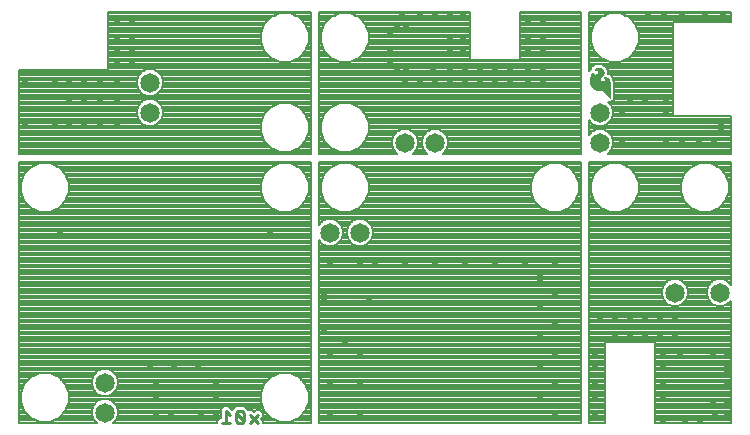
<source format=gbl>
G75*
%MOIN*%
%OFA0B0*%
%FSLAX25Y25*%
%IPPOS*%
%LPD*%
%AMOC8*
5,1,8,0,0,1.08239X$1,22.5*
%
%ADD10C,0.01000*%
%ADD11C,0.00300*%
%ADD12C,0.00800*%
%ADD13C,0.02400*%
%ADD14C,0.06500*%
D10*
X0162457Y0156500D02*
X0165125Y0156500D01*
X0163791Y0156500D02*
X0163791Y0160503D01*
X0165125Y0159169D01*
X0167060Y0159836D02*
X0167060Y0157167D01*
X0167728Y0156500D01*
X0169062Y0156500D01*
X0169729Y0157167D01*
X0167060Y0159836D01*
X0167728Y0160503D01*
X0169062Y0160503D01*
X0169729Y0159836D01*
X0169729Y0157167D01*
X0171664Y0156500D02*
X0174333Y0159169D01*
X0174333Y0156500D02*
X0171664Y0159169D01*
D11*
X0291377Y0265114D02*
X0291259Y0265311D01*
X0291062Y0265508D01*
X0290865Y0265744D01*
X0290392Y0266217D01*
X0289920Y0266768D01*
X0289526Y0267161D01*
X0289133Y0267398D01*
X0288896Y0267437D01*
X0288148Y0267437D01*
X0287676Y0267516D01*
X0287243Y0267634D01*
X0286849Y0267791D01*
X0286455Y0268028D01*
X0286140Y0268303D01*
X0285825Y0268618D01*
X0285550Y0268972D01*
X0285156Y0269681D01*
X0284959Y0270429D01*
X0284920Y0271098D01*
X0285038Y0271728D01*
X0285235Y0272319D01*
X0285510Y0272752D01*
X0285825Y0273106D01*
X0286140Y0273303D01*
X0286140Y0272949D01*
X0286180Y0272831D01*
X0286219Y0272752D01*
X0286337Y0272634D01*
X0286455Y0272594D01*
X0286573Y0272594D01*
X0286888Y0272673D01*
X0287046Y0272752D01*
X0287164Y0272831D01*
X0287322Y0272949D01*
X0287558Y0273185D01*
X0287715Y0273421D01*
X0287755Y0273579D01*
X0287755Y0273815D01*
X0287715Y0273933D01*
X0287676Y0274012D01*
X0287597Y0274130D01*
X0287440Y0274248D01*
X0287282Y0274327D01*
X0287085Y0274366D01*
X0286928Y0274406D01*
X0286692Y0274406D01*
X0286613Y0274366D01*
X0286573Y0274366D01*
X0286613Y0274406D01*
X0286770Y0274524D01*
X0287322Y0274799D01*
X0287676Y0274878D01*
X0288070Y0274878D01*
X0288503Y0274799D01*
X0288936Y0274563D01*
X0289290Y0274287D01*
X0289487Y0273972D01*
X0289605Y0273618D01*
X0289605Y0273303D01*
X0289526Y0272949D01*
X0289329Y0272594D01*
X0289054Y0272280D01*
X0288739Y0271925D01*
X0288463Y0271650D01*
X0288345Y0271335D01*
X0288345Y0271059D01*
X0288424Y0270823D01*
X0288581Y0270626D01*
X0288818Y0270469D01*
X0289133Y0270390D01*
X0289448Y0270390D01*
X0289644Y0270429D01*
X0289841Y0270508D01*
X0290077Y0270744D01*
X0290156Y0270862D01*
X0290196Y0270980D01*
X0290196Y0271138D01*
X0290156Y0271256D01*
X0289920Y0271492D01*
X0289802Y0271531D01*
X0289644Y0271610D01*
X0289605Y0271650D01*
X0289762Y0271728D01*
X0290235Y0271728D01*
X0290471Y0271689D01*
X0290668Y0271650D01*
X0290865Y0271571D01*
X0291022Y0271453D01*
X0291219Y0271295D01*
X0291455Y0270902D01*
X0291534Y0270626D01*
X0291573Y0270311D01*
X0291573Y0264917D01*
X0291377Y0265114D01*
X0291355Y0265151D02*
X0291573Y0265151D01*
X0291573Y0265449D02*
X0291120Y0265449D01*
X0290861Y0265748D02*
X0291573Y0265748D01*
X0291573Y0266046D02*
X0290563Y0266046D01*
X0290283Y0266345D02*
X0291573Y0266345D01*
X0291573Y0266643D02*
X0290027Y0266643D01*
X0289746Y0266942D02*
X0291573Y0266942D01*
X0291573Y0267240D02*
X0289395Y0267240D01*
X0287591Y0267539D02*
X0291573Y0267539D01*
X0291573Y0267837D02*
X0286773Y0267837D01*
X0286332Y0268136D02*
X0291573Y0268136D01*
X0291573Y0268434D02*
X0286009Y0268434D01*
X0285736Y0268733D02*
X0291573Y0268733D01*
X0291573Y0269031D02*
X0285517Y0269031D01*
X0285351Y0269330D02*
X0291573Y0269330D01*
X0291573Y0269628D02*
X0285185Y0269628D01*
X0285091Y0269927D02*
X0291573Y0269927D01*
X0291573Y0270225D02*
X0285013Y0270225D01*
X0284954Y0270524D02*
X0288735Y0270524D01*
X0288424Y0270822D02*
X0284936Y0270822D01*
X0284924Y0271121D02*
X0288345Y0271121D01*
X0288377Y0271419D02*
X0284980Y0271419D01*
X0285036Y0271718D02*
X0288532Y0271718D01*
X0288820Y0272016D02*
X0285134Y0272016D01*
X0285234Y0272315D02*
X0289085Y0272315D01*
X0289340Y0272613D02*
X0286649Y0272613D01*
X0286398Y0272613D02*
X0285422Y0272613D01*
X0285653Y0272912D02*
X0286153Y0272912D01*
X0286140Y0273210D02*
X0285992Y0273210D01*
X0287272Y0272912D02*
X0289506Y0272912D01*
X0289584Y0273210D02*
X0287575Y0273210D01*
X0287737Y0273509D02*
X0289605Y0273509D01*
X0289542Y0273808D02*
X0287755Y0273808D01*
X0287613Y0274106D02*
X0289403Y0274106D01*
X0289139Y0274405D02*
X0286932Y0274405D01*
X0286690Y0274405D02*
X0286612Y0274405D01*
X0287129Y0274703D02*
X0288679Y0274703D01*
X0289742Y0271718D02*
X0290297Y0271718D01*
X0289993Y0271419D02*
X0291064Y0271419D01*
X0291324Y0271121D02*
X0290196Y0271121D01*
X0290130Y0270822D02*
X0291478Y0270822D01*
X0291547Y0270524D02*
X0289857Y0270524D01*
D12*
X0094733Y0243700D02*
X0094733Y0156400D01*
X0120640Y0156400D01*
X0119561Y0157479D01*
X0118883Y0159115D01*
X0118883Y0160885D01*
X0119561Y0162521D01*
X0120813Y0163773D01*
X0122448Y0164450D01*
X0124218Y0164450D01*
X0125854Y0163773D01*
X0127106Y0162521D01*
X0127783Y0160885D01*
X0127783Y0159115D01*
X0127106Y0157479D01*
X0126027Y0156400D01*
X0160757Y0156400D01*
X0160757Y0157204D01*
X0161752Y0158200D01*
X0162091Y0158200D01*
X0162091Y0161208D01*
X0163087Y0162203D01*
X0164495Y0162203D01*
X0165491Y0161208D01*
X0165759Y0160939D01*
X0166356Y0161536D01*
X0166356Y0161536D01*
X0167024Y0162203D01*
X0169766Y0162203D01*
X0170762Y0161208D01*
X0171101Y0160869D01*
X0172369Y0160869D01*
X0172999Y0160239D01*
X0173629Y0160869D01*
X0175037Y0160869D01*
X0176033Y0159873D01*
X0176033Y0158465D01*
X0175403Y0157834D01*
X0176033Y0157204D01*
X0176033Y0156400D01*
X0192033Y0156400D01*
X0192033Y0243700D01*
X0094733Y0243700D01*
X0094733Y0243635D02*
X0192033Y0243635D01*
X0192033Y0242836D02*
X0185581Y0242836D01*
X0184945Y0243100D02*
X0181722Y0243100D01*
X0178745Y0241867D01*
X0176466Y0239588D01*
X0175233Y0236611D01*
X0175233Y0233389D01*
X0176466Y0230412D01*
X0176466Y0230412D01*
X0178745Y0228133D01*
X0181722Y0226900D01*
X0183333Y0226900D01*
X0184945Y0226900D01*
X0187922Y0228133D01*
X0190200Y0230412D01*
X0191433Y0233389D01*
X0191433Y0236611D01*
X0190200Y0239588D01*
X0190200Y0239588D01*
X0187922Y0241867D01*
X0187922Y0241867D01*
X0184945Y0243100D01*
X0187509Y0242038D02*
X0192033Y0242038D01*
X0192033Y0241239D02*
X0188549Y0241239D01*
X0189348Y0240441D02*
X0192033Y0240441D01*
X0192033Y0239642D02*
X0190146Y0239642D01*
X0190509Y0238844D02*
X0192033Y0238844D01*
X0192033Y0238045D02*
X0190839Y0238045D01*
X0191170Y0237247D02*
X0192033Y0237247D01*
X0192033Y0236448D02*
X0191433Y0236448D01*
X0191433Y0235650D02*
X0192033Y0235650D01*
X0192033Y0234851D02*
X0191433Y0234851D01*
X0191433Y0234053D02*
X0192033Y0234053D01*
X0192033Y0233254D02*
X0191378Y0233254D01*
X0191047Y0232456D02*
X0192033Y0232456D01*
X0192033Y0231657D02*
X0190716Y0231657D01*
X0190385Y0230859D02*
X0192033Y0230859D01*
X0192033Y0230060D02*
X0189849Y0230060D01*
X0190200Y0230412D02*
X0190200Y0230412D01*
X0189050Y0229262D02*
X0192033Y0229262D01*
X0192033Y0228463D02*
X0188252Y0228463D01*
X0187922Y0228133D02*
X0187922Y0228133D01*
X0186790Y0227665D02*
X0192033Y0227665D01*
X0192033Y0226866D02*
X0094733Y0226866D01*
X0094733Y0226068D02*
X0192033Y0226068D01*
X0192033Y0225269D02*
X0094733Y0225269D01*
X0094733Y0224470D02*
X0192033Y0224470D01*
X0192033Y0223672D02*
X0094733Y0223672D01*
X0094733Y0222873D02*
X0192033Y0222873D01*
X0192033Y0222075D02*
X0094733Y0222075D01*
X0094733Y0221276D02*
X0192033Y0221276D01*
X0192033Y0220478D02*
X0094733Y0220478D01*
X0094733Y0219679D02*
X0192033Y0219679D01*
X0192033Y0218881D02*
X0094733Y0218881D01*
X0094733Y0218082D02*
X0192033Y0218082D01*
X0192033Y0217284D02*
X0094733Y0217284D01*
X0094733Y0216485D02*
X0192033Y0216485D01*
X0192033Y0215687D02*
X0094733Y0215687D01*
X0094733Y0214888D02*
X0192033Y0214888D01*
X0192033Y0214090D02*
X0094733Y0214090D01*
X0094733Y0213291D02*
X0192033Y0213291D01*
X0192033Y0212493D02*
X0094733Y0212493D01*
X0094733Y0211694D02*
X0192033Y0211694D01*
X0192033Y0210896D02*
X0094733Y0210896D01*
X0094733Y0210097D02*
X0192033Y0210097D01*
X0192033Y0209299D02*
X0094733Y0209299D01*
X0094733Y0208500D02*
X0192033Y0208500D01*
X0192033Y0207702D02*
X0094733Y0207702D01*
X0094733Y0206903D02*
X0192033Y0206903D01*
X0192033Y0206105D02*
X0094733Y0206105D01*
X0094733Y0205306D02*
X0192033Y0205306D01*
X0192033Y0204508D02*
X0094733Y0204508D01*
X0094733Y0203709D02*
X0192033Y0203709D01*
X0192033Y0202911D02*
X0094733Y0202911D01*
X0094733Y0202112D02*
X0192033Y0202112D01*
X0192033Y0201314D02*
X0094733Y0201314D01*
X0094733Y0200515D02*
X0192033Y0200515D01*
X0192033Y0199717D02*
X0094733Y0199717D01*
X0094733Y0198918D02*
X0192033Y0198918D01*
X0192033Y0198120D02*
X0094733Y0198120D01*
X0094733Y0197321D02*
X0192033Y0197321D01*
X0192033Y0196523D02*
X0094733Y0196523D01*
X0094733Y0195724D02*
X0192033Y0195724D01*
X0192033Y0194926D02*
X0094733Y0194926D01*
X0094733Y0194127D02*
X0192033Y0194127D01*
X0192033Y0193329D02*
X0094733Y0193329D01*
X0094733Y0192530D02*
X0192033Y0192530D01*
X0192033Y0191732D02*
X0094733Y0191732D01*
X0094733Y0190933D02*
X0192033Y0190933D01*
X0192033Y0190134D02*
X0094733Y0190134D01*
X0094733Y0189336D02*
X0192033Y0189336D01*
X0192033Y0188537D02*
X0094733Y0188537D01*
X0094733Y0187739D02*
X0192033Y0187739D01*
X0192033Y0186940D02*
X0094733Y0186940D01*
X0094733Y0186142D02*
X0192033Y0186142D01*
X0192033Y0185343D02*
X0094733Y0185343D01*
X0094733Y0184545D02*
X0192033Y0184545D01*
X0192033Y0183746D02*
X0094733Y0183746D01*
X0094733Y0182948D02*
X0192033Y0182948D01*
X0192033Y0182149D02*
X0094733Y0182149D01*
X0094733Y0181351D02*
X0192033Y0181351D01*
X0192033Y0180552D02*
X0094733Y0180552D01*
X0094733Y0179754D02*
X0192033Y0179754D01*
X0192033Y0178955D02*
X0094733Y0178955D01*
X0094733Y0178157D02*
X0192033Y0178157D01*
X0192033Y0177358D02*
X0094733Y0177358D01*
X0094733Y0176560D02*
X0192033Y0176560D01*
X0192033Y0175761D02*
X0094733Y0175761D01*
X0094733Y0174963D02*
X0192033Y0174963D01*
X0192033Y0174164D02*
X0124908Y0174164D01*
X0124218Y0174450D02*
X0125854Y0173773D01*
X0127106Y0172521D01*
X0127783Y0170885D01*
X0127783Y0169115D01*
X0127106Y0167479D01*
X0125854Y0166227D01*
X0124218Y0165550D01*
X0122448Y0165550D01*
X0120813Y0166227D01*
X0119561Y0167479D01*
X0118883Y0169115D01*
X0118883Y0170885D01*
X0119561Y0172521D01*
X0120813Y0173773D01*
X0122448Y0174450D01*
X0124218Y0174450D01*
X0126261Y0173366D02*
X0192033Y0173366D01*
X0192033Y0172567D02*
X0186231Y0172567D01*
X0184945Y0173100D02*
X0181722Y0173100D01*
X0178745Y0171867D01*
X0176466Y0169588D01*
X0175233Y0166611D01*
X0175233Y0163389D01*
X0175233Y0163389D01*
X0176466Y0160412D01*
X0178745Y0158133D01*
X0181722Y0156900D01*
X0183002Y0156900D01*
X0184945Y0156900D01*
X0187922Y0158133D01*
X0190200Y0160412D01*
X0191433Y0163389D01*
X0191433Y0166611D01*
X0190200Y0169588D01*
X0190200Y0169588D01*
X0187922Y0171867D01*
X0187922Y0171867D01*
X0184945Y0173100D01*
X0188020Y0171769D02*
X0192033Y0171769D01*
X0192033Y0170970D02*
X0188818Y0170970D01*
X0189617Y0170172D02*
X0192033Y0170172D01*
X0192033Y0169373D02*
X0190289Y0169373D01*
X0190620Y0168575D02*
X0192033Y0168575D01*
X0192033Y0167776D02*
X0190951Y0167776D01*
X0191282Y0166978D02*
X0192033Y0166978D01*
X0192033Y0166179D02*
X0191433Y0166179D01*
X0191433Y0165381D02*
X0192033Y0165381D01*
X0192033Y0164582D02*
X0191433Y0164582D01*
X0191433Y0163784D02*
X0192033Y0163784D01*
X0192033Y0162985D02*
X0191266Y0162985D01*
X0190935Y0162187D02*
X0192033Y0162187D01*
X0192033Y0161388D02*
X0190605Y0161388D01*
X0190274Y0160590D02*
X0192033Y0160590D01*
X0192033Y0159791D02*
X0189580Y0159791D01*
X0190200Y0160412D02*
X0190200Y0160412D01*
X0188781Y0158993D02*
X0192033Y0158993D01*
X0192033Y0158194D02*
X0187983Y0158194D01*
X0187922Y0158133D02*
X0187922Y0158133D01*
X0186141Y0157396D02*
X0192033Y0157396D01*
X0192033Y0156597D02*
X0176033Y0156597D01*
X0175842Y0157396D02*
X0180526Y0157396D01*
X0178745Y0158133D02*
X0178745Y0158133D01*
X0178684Y0158194D02*
X0175763Y0158194D01*
X0176033Y0158993D02*
X0177886Y0158993D01*
X0177087Y0159791D02*
X0176033Y0159791D01*
X0176393Y0160590D02*
X0175317Y0160590D01*
X0176062Y0161388D02*
X0170582Y0161388D01*
X0169783Y0162187D02*
X0175731Y0162187D01*
X0175401Y0162985D02*
X0126641Y0162985D01*
X0127244Y0162187D02*
X0163070Y0162187D01*
X0162272Y0161388D02*
X0127575Y0161388D01*
X0127783Y0160590D02*
X0162091Y0160590D01*
X0162091Y0159791D02*
X0127783Y0159791D01*
X0127733Y0158993D02*
X0162091Y0158993D01*
X0161746Y0158194D02*
X0127402Y0158194D01*
X0127022Y0157396D02*
X0160948Y0157396D01*
X0160757Y0156597D02*
X0126224Y0156597D01*
X0120443Y0156597D02*
X0094733Y0156597D01*
X0094733Y0157396D02*
X0100526Y0157396D01*
X0101722Y0156900D02*
X0103665Y0156900D01*
X0104945Y0156900D01*
X0107922Y0158133D01*
X0110200Y0160412D01*
X0111433Y0163389D01*
X0111433Y0166611D01*
X0110200Y0169588D01*
X0110200Y0169588D01*
X0107922Y0171867D01*
X0107922Y0171867D01*
X0104945Y0173100D01*
X0101722Y0173100D01*
X0098745Y0171867D01*
X0096466Y0169588D01*
X0095233Y0166611D01*
X0095233Y0163389D01*
X0096466Y0160412D01*
X0096466Y0160412D01*
X0098745Y0158133D01*
X0101722Y0156900D01*
X0098745Y0158133D02*
X0098745Y0158133D01*
X0098684Y0158194D02*
X0094733Y0158194D01*
X0094733Y0158993D02*
X0097886Y0158993D01*
X0097087Y0159791D02*
X0094733Y0159791D01*
X0094733Y0160590D02*
X0096393Y0160590D01*
X0096062Y0161388D02*
X0094733Y0161388D01*
X0094733Y0162187D02*
X0095731Y0162187D01*
X0095401Y0162985D02*
X0094733Y0162985D01*
X0094733Y0163784D02*
X0095233Y0163784D01*
X0095233Y0164582D02*
X0094733Y0164582D01*
X0094733Y0165381D02*
X0095233Y0165381D01*
X0095233Y0166179D02*
X0094733Y0166179D01*
X0094733Y0166978D02*
X0095385Y0166978D01*
X0095716Y0167776D02*
X0094733Y0167776D01*
X0094733Y0168575D02*
X0096047Y0168575D01*
X0096377Y0169373D02*
X0094733Y0169373D01*
X0094733Y0170172D02*
X0097050Y0170172D01*
X0096466Y0169588D02*
X0096466Y0169588D01*
X0097848Y0170970D02*
X0094733Y0170970D01*
X0094733Y0171769D02*
X0098647Y0171769D01*
X0098745Y0171867D02*
X0098745Y0171867D01*
X0100436Y0172567D02*
X0094733Y0172567D01*
X0094733Y0173366D02*
X0120406Y0173366D01*
X0119607Y0172567D02*
X0106231Y0172567D01*
X0108020Y0171769D02*
X0119249Y0171769D01*
X0118919Y0170970D02*
X0108818Y0170970D01*
X0109617Y0170172D02*
X0118883Y0170172D01*
X0118883Y0169373D02*
X0110289Y0169373D01*
X0110620Y0168575D02*
X0119107Y0168575D01*
X0119438Y0167776D02*
X0110951Y0167776D01*
X0111282Y0166978D02*
X0120062Y0166978D01*
X0120929Y0166179D02*
X0111433Y0166179D01*
X0111433Y0165381D02*
X0175233Y0165381D01*
X0175233Y0166179D02*
X0125737Y0166179D01*
X0126604Y0166978D02*
X0175385Y0166978D01*
X0175716Y0167776D02*
X0127229Y0167776D01*
X0127560Y0168575D02*
X0176047Y0168575D01*
X0176377Y0169373D02*
X0127783Y0169373D01*
X0127783Y0170172D02*
X0177050Y0170172D01*
X0176466Y0169588D02*
X0176466Y0169588D01*
X0177848Y0170970D02*
X0127748Y0170970D01*
X0127417Y0171769D02*
X0178647Y0171769D01*
X0178745Y0171867D02*
X0178745Y0171867D01*
X0180436Y0172567D02*
X0127059Y0172567D01*
X0121758Y0174164D02*
X0094733Y0174164D01*
X0111433Y0164582D02*
X0175233Y0164582D01*
X0175233Y0163784D02*
X0125827Y0163784D01*
X0120839Y0163784D02*
X0111433Y0163784D01*
X0111266Y0162985D02*
X0120025Y0162985D01*
X0119422Y0162187D02*
X0110935Y0162187D01*
X0110605Y0161388D02*
X0119092Y0161388D01*
X0118883Y0160590D02*
X0110274Y0160590D01*
X0110200Y0160412D02*
X0110200Y0160412D01*
X0109580Y0159791D02*
X0118883Y0159791D01*
X0118934Y0158993D02*
X0108781Y0158993D01*
X0107983Y0158194D02*
X0119265Y0158194D01*
X0119645Y0157396D02*
X0106141Y0157396D01*
X0104945Y0156900D02*
X0104945Y0156900D01*
X0107922Y0158133D02*
X0107922Y0158133D01*
X0164512Y0162187D02*
X0167007Y0162187D01*
X0166208Y0161388D02*
X0165310Y0161388D01*
X0172648Y0160590D02*
X0173350Y0160590D01*
X0194633Y0160590D02*
X0282033Y0160590D01*
X0282033Y0161388D02*
X0194633Y0161388D01*
X0194633Y0162187D02*
X0282033Y0162187D01*
X0282033Y0162985D02*
X0194633Y0162985D01*
X0194633Y0163784D02*
X0282033Y0163784D01*
X0282033Y0164582D02*
X0194633Y0164582D01*
X0194633Y0165381D02*
X0282033Y0165381D01*
X0282033Y0166179D02*
X0194633Y0166179D01*
X0194633Y0166978D02*
X0282033Y0166978D01*
X0282033Y0167776D02*
X0194633Y0167776D01*
X0194633Y0168575D02*
X0282033Y0168575D01*
X0282033Y0169373D02*
X0194633Y0169373D01*
X0194633Y0170172D02*
X0282033Y0170172D01*
X0282033Y0170970D02*
X0194633Y0170970D01*
X0194633Y0171769D02*
X0282033Y0171769D01*
X0282033Y0172567D02*
X0194633Y0172567D01*
X0194633Y0173366D02*
X0282033Y0173366D01*
X0282033Y0174164D02*
X0194633Y0174164D01*
X0194633Y0174963D02*
X0282033Y0174963D01*
X0282033Y0175761D02*
X0194633Y0175761D01*
X0194633Y0176560D02*
X0282033Y0176560D01*
X0282033Y0177358D02*
X0194633Y0177358D01*
X0194633Y0178157D02*
X0282033Y0178157D01*
X0282033Y0178955D02*
X0194633Y0178955D01*
X0194633Y0179754D02*
X0282033Y0179754D01*
X0282033Y0180552D02*
X0194633Y0180552D01*
X0194633Y0181351D02*
X0282033Y0181351D01*
X0282033Y0182149D02*
X0194633Y0182149D01*
X0194633Y0182948D02*
X0282033Y0182948D01*
X0282033Y0183746D02*
X0194633Y0183746D01*
X0194633Y0184545D02*
X0282033Y0184545D01*
X0282033Y0185343D02*
X0194633Y0185343D01*
X0194633Y0186142D02*
X0282033Y0186142D01*
X0282033Y0186940D02*
X0194633Y0186940D01*
X0194633Y0187739D02*
X0282033Y0187739D01*
X0282033Y0188537D02*
X0194633Y0188537D01*
X0194633Y0189336D02*
X0282033Y0189336D01*
X0282033Y0190134D02*
X0194633Y0190134D01*
X0194633Y0190933D02*
X0282033Y0190933D01*
X0282033Y0191732D02*
X0194633Y0191732D01*
X0194633Y0192530D02*
X0282033Y0192530D01*
X0282033Y0193329D02*
X0194633Y0193329D01*
X0194633Y0194127D02*
X0282033Y0194127D01*
X0282033Y0194926D02*
X0194633Y0194926D01*
X0194633Y0195724D02*
X0282033Y0195724D01*
X0282033Y0196523D02*
X0194633Y0196523D01*
X0194633Y0197321D02*
X0282033Y0197321D01*
X0282033Y0198120D02*
X0194633Y0198120D01*
X0194633Y0198918D02*
X0282033Y0198918D01*
X0282033Y0199717D02*
X0194633Y0199717D01*
X0194633Y0200515D02*
X0282033Y0200515D01*
X0282033Y0201314D02*
X0194633Y0201314D01*
X0194633Y0202112D02*
X0282033Y0202112D01*
X0282033Y0202911D02*
X0194633Y0202911D01*
X0194633Y0203709D02*
X0282033Y0203709D01*
X0282033Y0204508D02*
X0194633Y0204508D01*
X0194633Y0205306D02*
X0282033Y0205306D01*
X0282033Y0206105D02*
X0194633Y0206105D01*
X0194633Y0206903D02*
X0282033Y0206903D01*
X0282033Y0207702D02*
X0194633Y0207702D01*
X0194633Y0208500D02*
X0282033Y0208500D01*
X0282033Y0209299D02*
X0194633Y0209299D01*
X0194633Y0210097D02*
X0282033Y0210097D01*
X0282033Y0210896D02*
X0194633Y0210896D01*
X0194633Y0211694D02*
X0282033Y0211694D01*
X0282033Y0212493D02*
X0194633Y0212493D01*
X0194633Y0213291D02*
X0282033Y0213291D01*
X0282033Y0214090D02*
X0194633Y0214090D01*
X0194633Y0214888D02*
X0282033Y0214888D01*
X0282033Y0215687D02*
X0209549Y0215687D01*
X0209218Y0215550D02*
X0210854Y0216227D01*
X0212106Y0217479D01*
X0212783Y0219115D01*
X0212783Y0220885D01*
X0212106Y0222521D01*
X0210854Y0223773D01*
X0209218Y0224450D01*
X0207448Y0224450D01*
X0205813Y0223773D01*
X0204561Y0222521D01*
X0203883Y0220885D01*
X0203883Y0219115D01*
X0204561Y0217479D01*
X0205813Y0216227D01*
X0207448Y0215550D01*
X0209218Y0215550D01*
X0207118Y0215687D02*
X0199549Y0215687D01*
X0199218Y0215550D02*
X0200854Y0216227D01*
X0202106Y0217479D01*
X0202783Y0219115D01*
X0202783Y0220885D01*
X0202106Y0222521D01*
X0200854Y0223773D01*
X0199218Y0224450D01*
X0197448Y0224450D01*
X0195813Y0223773D01*
X0194633Y0222593D01*
X0194633Y0243700D01*
X0282033Y0243700D01*
X0282033Y0156400D01*
X0194633Y0156400D01*
X0194633Y0217407D01*
X0195813Y0216227D01*
X0197448Y0215550D01*
X0199218Y0215550D01*
X0197118Y0215687D02*
X0194633Y0215687D01*
X0194633Y0216485D02*
X0195555Y0216485D01*
X0194756Y0217284D02*
X0194633Y0217284D01*
X0201112Y0216485D02*
X0205555Y0216485D01*
X0204756Y0217284D02*
X0201910Y0217284D01*
X0202356Y0218082D02*
X0204311Y0218082D01*
X0203980Y0218881D02*
X0202686Y0218881D01*
X0202783Y0219679D02*
X0203883Y0219679D01*
X0203883Y0220478D02*
X0202783Y0220478D01*
X0202621Y0221276D02*
X0204045Y0221276D01*
X0204376Y0222075D02*
X0202290Y0222075D01*
X0201753Y0222873D02*
X0204914Y0222873D01*
X0205712Y0223672D02*
X0200955Y0223672D01*
X0201722Y0226900D02*
X0204945Y0226900D01*
X0207922Y0228133D01*
X0210200Y0230412D01*
X0211433Y0233389D01*
X0211433Y0236611D01*
X0210200Y0239588D01*
X0210200Y0239588D01*
X0207922Y0241867D01*
X0207922Y0241867D01*
X0204945Y0243100D01*
X0203002Y0243100D01*
X0201722Y0243100D01*
X0198745Y0241867D01*
X0196466Y0239588D01*
X0195233Y0236611D01*
X0195233Y0233389D01*
X0196466Y0230412D01*
X0196466Y0230412D01*
X0198745Y0228133D01*
X0201722Y0226900D01*
X0199876Y0227665D02*
X0194633Y0227665D01*
X0194633Y0228463D02*
X0198415Y0228463D01*
X0198745Y0228133D02*
X0198745Y0228133D01*
X0197617Y0229262D02*
X0194633Y0229262D01*
X0194633Y0230060D02*
X0196818Y0230060D01*
X0196281Y0230859D02*
X0194633Y0230859D01*
X0194633Y0231657D02*
X0195951Y0231657D01*
X0195620Y0232456D02*
X0194633Y0232456D01*
X0194633Y0233254D02*
X0195289Y0233254D01*
X0195233Y0234053D02*
X0194633Y0234053D01*
X0194633Y0234851D02*
X0195233Y0234851D01*
X0195233Y0235650D02*
X0194633Y0235650D01*
X0194633Y0236448D02*
X0195233Y0236448D01*
X0195497Y0237247D02*
X0194633Y0237247D01*
X0194633Y0238045D02*
X0195827Y0238045D01*
X0196158Y0238844D02*
X0194633Y0238844D01*
X0194633Y0239642D02*
X0196520Y0239642D01*
X0196466Y0239588D02*
X0196466Y0239588D01*
X0197319Y0240441D02*
X0194633Y0240441D01*
X0194633Y0241239D02*
X0198117Y0241239D01*
X0198745Y0241867D02*
X0198745Y0241867D01*
X0199158Y0242038D02*
X0194633Y0242038D01*
X0194633Y0242836D02*
X0201085Y0242836D01*
X0201722Y0243100D02*
X0201722Y0243100D01*
X0201722Y0246900D02*
X0204945Y0246900D01*
X0207922Y0248133D01*
X0210200Y0250412D01*
X0211433Y0253389D01*
X0211433Y0256611D01*
X0210200Y0259588D01*
X0210200Y0259588D01*
X0207922Y0261867D01*
X0207922Y0261867D01*
X0204945Y0263100D01*
X0203665Y0263100D01*
X0201722Y0263100D01*
X0198745Y0261867D01*
X0196466Y0259588D01*
X0195233Y0256611D01*
X0195233Y0253389D01*
X0196466Y0250412D01*
X0196466Y0250412D01*
X0198745Y0248133D01*
X0201722Y0246900D01*
X0199966Y0247627D02*
X0194633Y0247627D01*
X0194633Y0246829D02*
X0220211Y0246829D01*
X0220740Y0246300D02*
X0194633Y0246300D01*
X0194633Y0293600D01*
X0245059Y0293600D01*
X0245059Y0277826D01*
X0245294Y0277592D01*
X0261373Y0277592D01*
X0261607Y0277826D01*
X0261607Y0293600D01*
X0282033Y0293600D01*
X0282033Y0246300D01*
X0235927Y0246300D01*
X0237106Y0247479D01*
X0237783Y0249115D01*
X0237783Y0250885D01*
X0237106Y0252521D01*
X0235854Y0253773D01*
X0234218Y0254450D01*
X0232448Y0254450D01*
X0230813Y0253773D01*
X0229561Y0252521D01*
X0228883Y0250885D01*
X0228883Y0249115D01*
X0229561Y0247479D01*
X0230740Y0246300D01*
X0225927Y0246300D01*
X0227106Y0247479D01*
X0227783Y0249115D01*
X0227783Y0250885D01*
X0227106Y0252521D01*
X0225854Y0253773D01*
X0224218Y0254450D01*
X0222448Y0254450D01*
X0220813Y0253773D01*
X0219561Y0252521D01*
X0218883Y0250885D01*
X0218883Y0249115D01*
X0219561Y0247479D01*
X0220740Y0246300D01*
X0219499Y0247627D02*
X0206700Y0247627D01*
X0207922Y0248133D02*
X0207922Y0248133D01*
X0208214Y0248426D02*
X0219169Y0248426D01*
X0218883Y0249224D02*
X0209013Y0249224D01*
X0209811Y0250023D02*
X0218883Y0250023D01*
X0218883Y0250821D02*
X0210370Y0250821D01*
X0210200Y0250412D02*
X0210200Y0250412D01*
X0210701Y0251620D02*
X0219188Y0251620D01*
X0219518Y0252418D02*
X0211031Y0252418D01*
X0211362Y0253217D02*
X0220257Y0253217D01*
X0221399Y0254015D02*
X0211433Y0254015D01*
X0211433Y0254814D02*
X0282033Y0254814D01*
X0282033Y0255612D02*
X0211433Y0255612D01*
X0211433Y0256411D02*
X0282033Y0256411D01*
X0282033Y0257209D02*
X0211186Y0257209D01*
X0210855Y0258008D02*
X0282033Y0258008D01*
X0282033Y0258806D02*
X0210524Y0258806D01*
X0210183Y0259605D02*
X0282033Y0259605D01*
X0282033Y0260403D02*
X0209385Y0260403D01*
X0208586Y0261202D02*
X0282033Y0261202D01*
X0282033Y0262001D02*
X0207599Y0262001D01*
X0205671Y0262799D02*
X0282033Y0262799D01*
X0282033Y0263598D02*
X0194633Y0263598D01*
X0194633Y0264396D02*
X0282033Y0264396D01*
X0282033Y0265195D02*
X0194633Y0265195D01*
X0194633Y0265993D02*
X0282033Y0265993D01*
X0282033Y0266792D02*
X0194633Y0266792D01*
X0194633Y0267590D02*
X0282033Y0267590D01*
X0282033Y0268389D02*
X0194633Y0268389D01*
X0194633Y0269187D02*
X0282033Y0269187D01*
X0282033Y0269986D02*
X0194633Y0269986D01*
X0194633Y0270784D02*
X0282033Y0270784D01*
X0282033Y0271583D02*
X0194633Y0271583D01*
X0194633Y0272381D02*
X0282033Y0272381D01*
X0282033Y0273180D02*
X0194633Y0273180D01*
X0194633Y0273978D02*
X0282033Y0273978D01*
X0282033Y0274777D02*
X0194633Y0274777D01*
X0194633Y0275575D02*
X0282033Y0275575D01*
X0282033Y0276374D02*
X0194633Y0276374D01*
X0194633Y0277172D02*
X0201065Y0277172D01*
X0201722Y0276900D02*
X0204945Y0276900D01*
X0207922Y0278133D01*
X0210200Y0280412D01*
X0211433Y0283389D01*
X0211433Y0286611D01*
X0210200Y0289588D01*
X0210200Y0289588D01*
X0207922Y0291867D01*
X0207922Y0291867D01*
X0204945Y0293100D01*
X0203002Y0293100D01*
X0201722Y0293100D01*
X0198745Y0291867D01*
X0196466Y0289588D01*
X0195233Y0286611D01*
X0195233Y0283389D01*
X0196466Y0280412D01*
X0196466Y0280412D01*
X0198745Y0278133D01*
X0201722Y0276900D01*
X0199137Y0277971D02*
X0194633Y0277971D01*
X0194633Y0278769D02*
X0198109Y0278769D01*
X0198745Y0278133D02*
X0198745Y0278133D01*
X0197310Y0279568D02*
X0194633Y0279568D01*
X0194633Y0280366D02*
X0196512Y0280366D01*
X0196155Y0281165D02*
X0194633Y0281165D01*
X0194633Y0281963D02*
X0195824Y0281963D01*
X0195493Y0282762D02*
X0194633Y0282762D01*
X0194633Y0283560D02*
X0195233Y0283560D01*
X0195233Y0284359D02*
X0194633Y0284359D01*
X0194633Y0285157D02*
X0195233Y0285157D01*
X0195233Y0285956D02*
X0194633Y0285956D01*
X0194633Y0286754D02*
X0195293Y0286754D01*
X0195623Y0287553D02*
X0194633Y0287553D01*
X0194633Y0288351D02*
X0195954Y0288351D01*
X0196285Y0289150D02*
X0194633Y0289150D01*
X0194633Y0289948D02*
X0196827Y0289948D01*
X0196466Y0289588D02*
X0196466Y0289588D01*
X0196466Y0289588D01*
X0197625Y0290747D02*
X0194633Y0290747D01*
X0194633Y0291545D02*
X0198424Y0291545D01*
X0198745Y0291867D02*
X0198745Y0291867D01*
X0199897Y0292344D02*
X0194633Y0292344D01*
X0194633Y0293142D02*
X0245059Y0293142D01*
X0245059Y0292344D02*
X0206770Y0292344D01*
X0208243Y0291545D02*
X0245059Y0291545D01*
X0245059Y0290747D02*
X0209042Y0290747D01*
X0209840Y0289948D02*
X0245059Y0289948D01*
X0245059Y0289150D02*
X0210382Y0289150D01*
X0210713Y0288351D02*
X0245059Y0288351D01*
X0245059Y0287553D02*
X0211043Y0287553D01*
X0211374Y0286754D02*
X0245059Y0286754D01*
X0245059Y0285956D02*
X0211433Y0285956D01*
X0211433Y0285157D02*
X0245059Y0285157D01*
X0245059Y0284359D02*
X0211433Y0284359D01*
X0211433Y0283560D02*
X0245059Y0283560D01*
X0245059Y0282762D02*
X0211174Y0282762D01*
X0210843Y0281963D02*
X0245059Y0281963D01*
X0245059Y0281165D02*
X0210512Y0281165D01*
X0210200Y0280412D02*
X0210200Y0280412D01*
X0210155Y0280366D02*
X0245059Y0280366D01*
X0245059Y0279568D02*
X0209356Y0279568D01*
X0208558Y0278769D02*
X0245059Y0278769D01*
X0245059Y0277971D02*
X0207530Y0277971D01*
X0207922Y0278133D02*
X0207922Y0278133D01*
X0205602Y0277172D02*
X0282033Y0277172D01*
X0282033Y0277971D02*
X0261607Y0277971D01*
X0261607Y0278769D02*
X0282033Y0278769D01*
X0282033Y0279568D02*
X0261607Y0279568D01*
X0261607Y0280366D02*
X0282033Y0280366D01*
X0282033Y0281165D02*
X0261607Y0281165D01*
X0261607Y0281963D02*
X0282033Y0281963D01*
X0282033Y0282762D02*
X0261607Y0282762D01*
X0261607Y0283560D02*
X0282033Y0283560D01*
X0282033Y0284359D02*
X0261607Y0284359D01*
X0261607Y0285157D02*
X0282033Y0285157D01*
X0282033Y0285956D02*
X0261607Y0285956D01*
X0261607Y0286754D02*
X0282033Y0286754D01*
X0282033Y0287553D02*
X0261607Y0287553D01*
X0261607Y0288351D02*
X0282033Y0288351D01*
X0282033Y0289150D02*
X0261607Y0289150D01*
X0261607Y0289948D02*
X0282033Y0289948D01*
X0282033Y0290747D02*
X0261607Y0290747D01*
X0261607Y0291545D02*
X0282033Y0291545D01*
X0282033Y0292344D02*
X0261607Y0292344D01*
X0261607Y0293142D02*
X0282033Y0293142D01*
X0284633Y0293142D02*
X0331933Y0293142D01*
X0331933Y0293600D02*
X0284633Y0293600D01*
X0284633Y0273944D01*
X0284636Y0273955D01*
X0284945Y0274148D01*
X0285188Y0274421D01*
X0285209Y0274422D01*
X0285223Y0274467D01*
X0285223Y0274925D01*
X0285340Y0275042D01*
X0285355Y0275150D01*
X0285483Y0275246D01*
X0285509Y0275324D01*
X0285635Y0275387D01*
X0285666Y0275481D01*
X0285892Y0275594D01*
X0286054Y0275755D01*
X0286163Y0275755D01*
X0286408Y0275939D01*
X0286444Y0275934D01*
X0286483Y0275996D01*
X0286866Y0276081D01*
X0287073Y0276184D01*
X0287117Y0276228D01*
X0287160Y0276228D01*
X0287218Y0276257D01*
X0287304Y0276228D01*
X0287528Y0276228D01*
X0287705Y0276267D01*
X0287761Y0276306D01*
X0287826Y0276294D01*
X0287929Y0276317D01*
X0288020Y0276259D01*
X0288191Y0276228D01*
X0288576Y0276228D01*
X0288658Y0276252D01*
X0288958Y0276089D01*
X0289294Y0276027D01*
X0289344Y0275956D01*
X0289678Y0275696D01*
X0290036Y0275501D01*
X0290138Y0275477D01*
X0290308Y0275206D01*
X0290560Y0275010D01*
X0290569Y0274941D01*
X0290591Y0274930D01*
X0290717Y0274552D01*
X0290928Y0274214D01*
X0290926Y0274206D01*
X0290955Y0274177D01*
X0290955Y0273837D01*
X0291063Y0273515D01*
X0291013Y0273415D01*
X0290955Y0273155D01*
X0290955Y0272989D01*
X0291006Y0272968D01*
X0291050Y0272961D01*
X0291227Y0272986D01*
X0291358Y0272888D01*
X0291481Y0272864D01*
X0291551Y0272758D01*
X0291572Y0272742D01*
X0291885Y0272617D01*
X0291932Y0272509D01*
X0292089Y0272469D01*
X0292230Y0272234D01*
X0292280Y0272197D01*
X0292283Y0272173D01*
X0292499Y0272000D01*
X0292515Y0271857D01*
X0292600Y0271810D01*
X0292705Y0271444D01*
X0292724Y0271410D01*
X0292804Y0271348D01*
X0292816Y0271259D01*
X0292901Y0271117D01*
X0292856Y0270938D01*
X0292923Y0270870D01*
X0292923Y0270677D01*
X0292986Y0270459D01*
X0292928Y0270356D01*
X0292982Y0269924D01*
X0292923Y0269848D01*
X0292923Y0264358D01*
X0292133Y0263567D01*
X0291059Y0263567D01*
X0292106Y0262521D01*
X0292783Y0260885D01*
X0292783Y0259115D01*
X0292106Y0257479D01*
X0290854Y0256227D01*
X0289218Y0255550D01*
X0287448Y0255550D01*
X0285813Y0256227D01*
X0284633Y0257407D01*
X0284633Y0252593D01*
X0285813Y0253773D01*
X0287448Y0254450D01*
X0289218Y0254450D01*
X0290854Y0253773D01*
X0292106Y0252521D01*
X0292783Y0250885D01*
X0292783Y0249115D01*
X0292106Y0247479D01*
X0290927Y0246300D01*
X0331933Y0246300D01*
X0331933Y0258746D01*
X0312833Y0258746D01*
X0312599Y0258980D01*
X0312599Y0290020D01*
X0312833Y0290254D01*
X0331933Y0290254D01*
X0331933Y0293600D01*
X0331933Y0292344D02*
X0296770Y0292344D01*
X0297922Y0291867D02*
X0294945Y0293100D01*
X0291722Y0293100D01*
X0288745Y0291867D01*
X0286466Y0289588D01*
X0285233Y0286611D01*
X0285233Y0283389D01*
X0286466Y0280412D01*
X0286466Y0280412D01*
X0288745Y0278133D01*
X0291722Y0276900D01*
X0294945Y0276900D01*
X0297922Y0278133D01*
X0300200Y0280412D01*
X0301433Y0283389D01*
X0301433Y0285331D01*
X0301433Y0286611D01*
X0301433Y0286611D01*
X0300200Y0289588D01*
X0300200Y0289588D01*
X0297922Y0291867D01*
X0297922Y0291867D01*
X0298243Y0291545D02*
X0331933Y0291545D01*
X0331933Y0290747D02*
X0299042Y0290747D01*
X0299840Y0289948D02*
X0312599Y0289948D01*
X0312599Y0289150D02*
X0300382Y0289150D01*
X0300713Y0288351D02*
X0312599Y0288351D01*
X0312599Y0287553D02*
X0301043Y0287553D01*
X0301374Y0286754D02*
X0312599Y0286754D01*
X0312599Y0285956D02*
X0301433Y0285956D01*
X0301433Y0285157D02*
X0312599Y0285157D01*
X0312599Y0284359D02*
X0301433Y0284359D01*
X0301433Y0283560D02*
X0312599Y0283560D01*
X0312599Y0282762D02*
X0301174Y0282762D01*
X0300843Y0281963D02*
X0312599Y0281963D01*
X0312599Y0281165D02*
X0300512Y0281165D01*
X0300200Y0280412D02*
X0300200Y0280412D01*
X0300155Y0280366D02*
X0312599Y0280366D01*
X0312599Y0279568D02*
X0299356Y0279568D01*
X0298558Y0278769D02*
X0312599Y0278769D01*
X0312599Y0277971D02*
X0297530Y0277971D01*
X0297922Y0278133D02*
X0297922Y0278133D01*
X0295602Y0277172D02*
X0312599Y0277172D01*
X0312599Y0276374D02*
X0284633Y0276374D01*
X0284633Y0277172D02*
X0291065Y0277172D01*
X0289899Y0275575D02*
X0312599Y0275575D01*
X0312599Y0274777D02*
X0290642Y0274777D01*
X0290955Y0273978D02*
X0312599Y0273978D01*
X0312599Y0273180D02*
X0290960Y0273180D01*
X0292142Y0272381D02*
X0312599Y0272381D01*
X0312599Y0271583D02*
X0292665Y0271583D01*
X0292923Y0270784D02*
X0312599Y0270784D01*
X0312599Y0269986D02*
X0292975Y0269986D01*
X0292923Y0269187D02*
X0312599Y0269187D01*
X0312599Y0268389D02*
X0292923Y0268389D01*
X0292923Y0267590D02*
X0312599Y0267590D01*
X0312599Y0266792D02*
X0292923Y0266792D01*
X0292923Y0265993D02*
X0312599Y0265993D01*
X0312599Y0265195D02*
X0292923Y0265195D01*
X0292923Y0264396D02*
X0312599Y0264396D01*
X0312599Y0263598D02*
X0292163Y0263598D01*
X0291828Y0262799D02*
X0312599Y0262799D01*
X0312599Y0262001D02*
X0292321Y0262001D01*
X0292652Y0261202D02*
X0312599Y0261202D01*
X0312599Y0260403D02*
X0292783Y0260403D01*
X0292783Y0259605D02*
X0312599Y0259605D01*
X0312772Y0258806D02*
X0292656Y0258806D01*
X0292325Y0258008D02*
X0331933Y0258008D01*
X0331933Y0257209D02*
X0291836Y0257209D01*
X0291038Y0256411D02*
X0331933Y0256411D01*
X0331933Y0255612D02*
X0289369Y0255612D01*
X0290268Y0254015D02*
X0331933Y0254015D01*
X0331933Y0253217D02*
X0291410Y0253217D01*
X0292148Y0252418D02*
X0331933Y0252418D01*
X0331933Y0251620D02*
X0292479Y0251620D01*
X0292783Y0250821D02*
X0331933Y0250821D01*
X0331933Y0250023D02*
X0292783Y0250023D01*
X0292783Y0249224D02*
X0331933Y0249224D01*
X0331933Y0248426D02*
X0292498Y0248426D01*
X0292167Y0247627D02*
X0331933Y0247627D01*
X0331933Y0246829D02*
X0291455Y0246829D01*
X0291722Y0243100D02*
X0288745Y0241867D01*
X0286466Y0239588D01*
X0285233Y0236611D01*
X0285233Y0235331D01*
X0285233Y0233389D01*
X0286466Y0230412D01*
X0286466Y0230412D01*
X0288745Y0228133D01*
X0291722Y0226900D01*
X0294945Y0226900D01*
X0297922Y0228133D01*
X0300200Y0230412D01*
X0301433Y0233389D01*
X0301433Y0236611D01*
X0300200Y0239588D01*
X0300200Y0239588D01*
X0297922Y0241867D01*
X0297922Y0241867D01*
X0297922Y0241867D01*
X0294945Y0243100D01*
X0291722Y0243100D01*
X0291085Y0242836D02*
X0284633Y0242836D01*
X0284633Y0242038D02*
X0289158Y0242038D01*
X0288745Y0241867D02*
X0288745Y0241867D01*
X0288117Y0241239D02*
X0284633Y0241239D01*
X0284633Y0240441D02*
X0287319Y0240441D01*
X0286520Y0239642D02*
X0284633Y0239642D01*
X0284633Y0238844D02*
X0286158Y0238844D01*
X0286466Y0239588D02*
X0286466Y0239588D01*
X0285827Y0238045D02*
X0284633Y0238045D01*
X0284633Y0237247D02*
X0285497Y0237247D01*
X0285233Y0236448D02*
X0284633Y0236448D01*
X0284633Y0235650D02*
X0285233Y0235650D01*
X0285233Y0234851D02*
X0284633Y0234851D01*
X0284633Y0234053D02*
X0285233Y0234053D01*
X0285289Y0233254D02*
X0284633Y0233254D01*
X0284633Y0232456D02*
X0285620Y0232456D01*
X0285951Y0231657D02*
X0284633Y0231657D01*
X0284633Y0230859D02*
X0286281Y0230859D01*
X0286818Y0230060D02*
X0284633Y0230060D01*
X0284633Y0229262D02*
X0287617Y0229262D01*
X0288415Y0228463D02*
X0284633Y0228463D01*
X0284633Y0227665D02*
X0289876Y0227665D01*
X0288745Y0228133D02*
X0288745Y0228133D01*
X0284633Y0226866D02*
X0331933Y0226866D01*
X0331933Y0226068D02*
X0284633Y0226068D01*
X0284633Y0225269D02*
X0331933Y0225269D01*
X0331933Y0224470D02*
X0284633Y0224470D01*
X0284633Y0223672D02*
X0331933Y0223672D01*
X0331933Y0222873D02*
X0284633Y0222873D01*
X0284633Y0222075D02*
X0331933Y0222075D01*
X0331933Y0221276D02*
X0284633Y0221276D01*
X0284633Y0220478D02*
X0331933Y0220478D01*
X0331933Y0219679D02*
X0284633Y0219679D01*
X0284633Y0218881D02*
X0331933Y0218881D01*
X0331933Y0218082D02*
X0284633Y0218082D01*
X0284633Y0217284D02*
X0331933Y0217284D01*
X0331933Y0216485D02*
X0284633Y0216485D01*
X0284633Y0215687D02*
X0331933Y0215687D01*
X0331933Y0214888D02*
X0284633Y0214888D01*
X0284633Y0214090D02*
X0331933Y0214090D01*
X0331933Y0213291D02*
X0284633Y0213291D01*
X0284633Y0212493D02*
X0331933Y0212493D01*
X0331933Y0211694D02*
X0284633Y0211694D01*
X0284633Y0210896D02*
X0331933Y0210896D01*
X0331933Y0210097D02*
X0284633Y0210097D01*
X0284633Y0209299D02*
X0331933Y0209299D01*
X0331933Y0208500D02*
X0284633Y0208500D01*
X0284633Y0207702D02*
X0331933Y0207702D01*
X0331933Y0206903D02*
X0284633Y0206903D01*
X0284633Y0206105D02*
X0331933Y0206105D01*
X0331933Y0205306D02*
X0284633Y0205306D01*
X0284633Y0204508D02*
X0331933Y0204508D01*
X0331933Y0203709D02*
X0330917Y0203709D01*
X0330854Y0203773D02*
X0329218Y0204450D01*
X0327448Y0204450D01*
X0325813Y0203773D01*
X0324561Y0202521D01*
X0323883Y0200885D01*
X0323883Y0199115D01*
X0324561Y0197479D01*
X0325813Y0196227D01*
X0327448Y0195550D01*
X0329218Y0195550D01*
X0330854Y0196227D01*
X0331933Y0197307D01*
X0331933Y0156400D01*
X0306607Y0156400D01*
X0306607Y0183288D01*
X0306373Y0183522D01*
X0290294Y0183522D01*
X0290059Y0183288D01*
X0290059Y0156400D01*
X0284633Y0156400D01*
X0284633Y0243700D01*
X0331933Y0243700D01*
X0331933Y0202693D01*
X0330854Y0203773D01*
X0331716Y0202911D02*
X0331933Y0202911D01*
X0325749Y0203709D02*
X0315917Y0203709D01*
X0315854Y0203773D02*
X0314218Y0204450D01*
X0312448Y0204450D01*
X0310813Y0203773D01*
X0309561Y0202521D01*
X0308883Y0200885D01*
X0308883Y0199115D01*
X0309561Y0197479D01*
X0310813Y0196227D01*
X0312448Y0195550D01*
X0314218Y0195550D01*
X0315854Y0196227D01*
X0317106Y0197479D01*
X0317783Y0199115D01*
X0317783Y0200885D01*
X0317106Y0202521D01*
X0315854Y0203773D01*
X0316716Y0202911D02*
X0324951Y0202911D01*
X0324392Y0202112D02*
X0317275Y0202112D01*
X0317606Y0201314D02*
X0324061Y0201314D01*
X0323883Y0200515D02*
X0317783Y0200515D01*
X0317783Y0199717D02*
X0323883Y0199717D01*
X0323965Y0198918D02*
X0317702Y0198918D01*
X0317371Y0198120D02*
X0324296Y0198120D01*
X0324719Y0197321D02*
X0316948Y0197321D01*
X0316149Y0196523D02*
X0325517Y0196523D01*
X0327028Y0195724D02*
X0314639Y0195724D01*
X0312028Y0195724D02*
X0284633Y0195724D01*
X0284633Y0194926D02*
X0331933Y0194926D01*
X0331933Y0195724D02*
X0329639Y0195724D01*
X0331149Y0196523D02*
X0331933Y0196523D01*
X0331933Y0194127D02*
X0284633Y0194127D01*
X0284633Y0193329D02*
X0331933Y0193329D01*
X0331933Y0192530D02*
X0284633Y0192530D01*
X0284633Y0191732D02*
X0331933Y0191732D01*
X0331933Y0190933D02*
X0284633Y0190933D01*
X0284633Y0190134D02*
X0331933Y0190134D01*
X0331933Y0189336D02*
X0284633Y0189336D01*
X0284633Y0188537D02*
X0331933Y0188537D01*
X0331933Y0187739D02*
X0284633Y0187739D01*
X0284633Y0186940D02*
X0331933Y0186940D01*
X0331933Y0186142D02*
X0284633Y0186142D01*
X0284633Y0185343D02*
X0331933Y0185343D01*
X0331933Y0184545D02*
X0284633Y0184545D01*
X0284633Y0183746D02*
X0331933Y0183746D01*
X0331933Y0182948D02*
X0306607Y0182948D01*
X0306607Y0182149D02*
X0331933Y0182149D01*
X0331933Y0181351D02*
X0306607Y0181351D01*
X0306607Y0180552D02*
X0331933Y0180552D01*
X0331933Y0179754D02*
X0306607Y0179754D01*
X0306607Y0178955D02*
X0331933Y0178955D01*
X0331933Y0178157D02*
X0306607Y0178157D01*
X0306607Y0177358D02*
X0331933Y0177358D01*
X0331933Y0176560D02*
X0306607Y0176560D01*
X0306607Y0175761D02*
X0331933Y0175761D01*
X0331933Y0174963D02*
X0306607Y0174963D01*
X0306607Y0174164D02*
X0331933Y0174164D01*
X0331933Y0173366D02*
X0306607Y0173366D01*
X0306607Y0172567D02*
X0331933Y0172567D01*
X0331933Y0171769D02*
X0306607Y0171769D01*
X0306607Y0170970D02*
X0331933Y0170970D01*
X0331933Y0170172D02*
X0306607Y0170172D01*
X0306607Y0169373D02*
X0331933Y0169373D01*
X0331933Y0168575D02*
X0306607Y0168575D01*
X0306607Y0167776D02*
X0331933Y0167776D01*
X0331933Y0166978D02*
X0306607Y0166978D01*
X0306607Y0166179D02*
X0331933Y0166179D01*
X0331933Y0165381D02*
X0306607Y0165381D01*
X0306607Y0164582D02*
X0331933Y0164582D01*
X0331933Y0163784D02*
X0306607Y0163784D01*
X0306607Y0162985D02*
X0331933Y0162985D01*
X0331933Y0162187D02*
X0306607Y0162187D01*
X0306607Y0161388D02*
X0331933Y0161388D01*
X0331933Y0160590D02*
X0306607Y0160590D01*
X0306607Y0159791D02*
X0331933Y0159791D01*
X0331933Y0158993D02*
X0306607Y0158993D01*
X0306607Y0158194D02*
X0331933Y0158194D01*
X0331933Y0157396D02*
X0306607Y0157396D01*
X0306607Y0156597D02*
X0331933Y0156597D01*
X0290059Y0156597D02*
X0284633Y0156597D01*
X0284633Y0157396D02*
X0290059Y0157396D01*
X0290059Y0158194D02*
X0284633Y0158194D01*
X0284633Y0158993D02*
X0290059Y0158993D01*
X0290059Y0159791D02*
X0284633Y0159791D01*
X0284633Y0160590D02*
X0290059Y0160590D01*
X0290059Y0161388D02*
X0284633Y0161388D01*
X0284633Y0162187D02*
X0290059Y0162187D01*
X0290059Y0162985D02*
X0284633Y0162985D01*
X0284633Y0163784D02*
X0290059Y0163784D01*
X0290059Y0164582D02*
X0284633Y0164582D01*
X0284633Y0165381D02*
X0290059Y0165381D01*
X0290059Y0166179D02*
X0284633Y0166179D01*
X0284633Y0166978D02*
X0290059Y0166978D01*
X0290059Y0167776D02*
X0284633Y0167776D01*
X0284633Y0168575D02*
X0290059Y0168575D01*
X0290059Y0169373D02*
X0284633Y0169373D01*
X0284633Y0170172D02*
X0290059Y0170172D01*
X0290059Y0170970D02*
X0284633Y0170970D01*
X0284633Y0171769D02*
X0290059Y0171769D01*
X0290059Y0172567D02*
X0284633Y0172567D01*
X0284633Y0173366D02*
X0290059Y0173366D01*
X0290059Y0174164D02*
X0284633Y0174164D01*
X0284633Y0174963D02*
X0290059Y0174963D01*
X0290059Y0175761D02*
X0284633Y0175761D01*
X0284633Y0176560D02*
X0290059Y0176560D01*
X0290059Y0177358D02*
X0284633Y0177358D01*
X0284633Y0178157D02*
X0290059Y0178157D01*
X0290059Y0178955D02*
X0284633Y0178955D01*
X0284633Y0179754D02*
X0290059Y0179754D01*
X0290059Y0180552D02*
X0284633Y0180552D01*
X0284633Y0181351D02*
X0290059Y0181351D01*
X0290059Y0182149D02*
X0284633Y0182149D01*
X0284633Y0182948D02*
X0290059Y0182948D01*
X0284633Y0196523D02*
X0310517Y0196523D01*
X0309719Y0197321D02*
X0284633Y0197321D01*
X0284633Y0198120D02*
X0309296Y0198120D01*
X0308965Y0198918D02*
X0284633Y0198918D01*
X0284633Y0199717D02*
X0308883Y0199717D01*
X0308883Y0200515D02*
X0284633Y0200515D01*
X0284633Y0201314D02*
X0309061Y0201314D01*
X0309392Y0202112D02*
X0284633Y0202112D01*
X0284633Y0202911D02*
X0309951Y0202911D01*
X0310749Y0203709D02*
X0284633Y0203709D01*
X0282033Y0216485D02*
X0211112Y0216485D01*
X0211910Y0217284D02*
X0282033Y0217284D01*
X0282033Y0218082D02*
X0212356Y0218082D01*
X0212686Y0218881D02*
X0282033Y0218881D01*
X0282033Y0219679D02*
X0212783Y0219679D01*
X0212783Y0220478D02*
X0282033Y0220478D01*
X0282033Y0221276D02*
X0212621Y0221276D01*
X0212290Y0222075D02*
X0282033Y0222075D01*
X0282033Y0222873D02*
X0211753Y0222873D01*
X0210955Y0223672D02*
X0282033Y0223672D01*
X0282033Y0224470D02*
X0194633Y0224470D01*
X0194633Y0223672D02*
X0195712Y0223672D01*
X0194914Y0222873D02*
X0194633Y0222873D01*
X0194633Y0225269D02*
X0282033Y0225269D01*
X0282033Y0226068D02*
X0194633Y0226068D01*
X0194633Y0226866D02*
X0282033Y0226866D01*
X0282033Y0227665D02*
X0276790Y0227665D01*
X0277922Y0228133D02*
X0277922Y0228133D01*
X0280200Y0230412D01*
X0281433Y0233389D01*
X0281433Y0236611D01*
X0280200Y0239588D01*
X0280200Y0239588D01*
X0277922Y0241867D01*
X0277922Y0241867D01*
X0274945Y0243100D01*
X0273002Y0243100D01*
X0271722Y0243100D01*
X0268745Y0241867D01*
X0266466Y0239588D01*
X0265233Y0236611D01*
X0265233Y0233389D01*
X0266466Y0230412D01*
X0266466Y0230412D01*
X0268745Y0228133D01*
X0271722Y0226900D01*
X0274945Y0226900D01*
X0277922Y0228133D01*
X0278252Y0228463D02*
X0282033Y0228463D01*
X0282033Y0229262D02*
X0279050Y0229262D01*
X0279849Y0230060D02*
X0282033Y0230060D01*
X0282033Y0230859D02*
X0280385Y0230859D01*
X0280200Y0230412D02*
X0280200Y0230412D01*
X0280716Y0231657D02*
X0282033Y0231657D01*
X0282033Y0232456D02*
X0281047Y0232456D01*
X0281378Y0233254D02*
X0282033Y0233254D01*
X0282033Y0234053D02*
X0281433Y0234053D01*
X0281433Y0234851D02*
X0282033Y0234851D01*
X0282033Y0235650D02*
X0281433Y0235650D01*
X0281433Y0236448D02*
X0282033Y0236448D01*
X0282033Y0237247D02*
X0281170Y0237247D01*
X0280839Y0238045D02*
X0282033Y0238045D01*
X0282033Y0238844D02*
X0280509Y0238844D01*
X0280146Y0239642D02*
X0282033Y0239642D01*
X0282033Y0240441D02*
X0279348Y0240441D01*
X0278549Y0241239D02*
X0282033Y0241239D01*
X0282033Y0242038D02*
X0277509Y0242038D01*
X0275581Y0242836D02*
X0282033Y0242836D01*
X0282033Y0243635D02*
X0194633Y0243635D01*
X0192033Y0246300D02*
X0094733Y0246300D01*
X0094733Y0274206D01*
X0124204Y0274206D01*
X0124438Y0274441D01*
X0124438Y0293600D01*
X0192033Y0293600D01*
X0192033Y0246300D01*
X0192033Y0246829D02*
X0094733Y0246829D01*
X0094733Y0247627D02*
X0179966Y0247627D01*
X0178745Y0248133D02*
X0181722Y0246900D01*
X0184945Y0246900D01*
X0187922Y0248133D01*
X0190200Y0250412D01*
X0191433Y0253389D01*
X0191433Y0254669D01*
X0191433Y0256611D01*
X0190200Y0259588D01*
X0187922Y0261867D01*
X0187922Y0261867D01*
X0187922Y0261867D01*
X0184945Y0263100D01*
X0181722Y0263100D01*
X0178745Y0261867D01*
X0176466Y0259588D01*
X0175233Y0256611D01*
X0175233Y0253389D01*
X0176466Y0250412D01*
X0176466Y0250412D01*
X0178745Y0248133D01*
X0178745Y0248133D01*
X0178452Y0248426D02*
X0094733Y0248426D01*
X0094733Y0249224D02*
X0177654Y0249224D01*
X0176855Y0250023D02*
X0094733Y0250023D01*
X0094733Y0250821D02*
X0176297Y0250821D01*
X0175966Y0251620D02*
X0094733Y0251620D01*
X0094733Y0252418D02*
X0175635Y0252418D01*
X0175305Y0253217D02*
X0094733Y0253217D01*
X0094733Y0254015D02*
X0175233Y0254015D01*
X0175233Y0254814D02*
X0094733Y0254814D01*
X0094733Y0255612D02*
X0137297Y0255612D01*
X0137448Y0255550D02*
X0139218Y0255550D01*
X0140854Y0256227D01*
X0142106Y0257479D01*
X0142783Y0259115D01*
X0142783Y0260885D01*
X0142106Y0262521D01*
X0140854Y0263773D01*
X0139218Y0264450D01*
X0137448Y0264450D01*
X0135813Y0263773D01*
X0134561Y0262521D01*
X0133883Y0260885D01*
X0133883Y0259115D01*
X0134561Y0257479D01*
X0135813Y0256227D01*
X0137448Y0255550D01*
X0139369Y0255612D02*
X0175233Y0255612D01*
X0175233Y0256411D02*
X0141038Y0256411D01*
X0141836Y0257209D02*
X0175481Y0257209D01*
X0175812Y0258008D02*
X0142325Y0258008D01*
X0142656Y0258806D02*
X0176143Y0258806D01*
X0176466Y0259588D02*
X0176466Y0259588D01*
X0176483Y0259605D02*
X0142783Y0259605D01*
X0142783Y0260403D02*
X0177282Y0260403D01*
X0178080Y0261202D02*
X0142652Y0261202D01*
X0142321Y0262001D02*
X0179068Y0262001D01*
X0178745Y0261867D02*
X0178745Y0261867D01*
X0180996Y0262799D02*
X0141828Y0262799D01*
X0141029Y0263598D02*
X0192033Y0263598D01*
X0192033Y0264396D02*
X0139349Y0264396D01*
X0139218Y0265550D02*
X0140854Y0266227D01*
X0142106Y0267479D01*
X0142783Y0269115D01*
X0142783Y0270885D01*
X0142106Y0272521D01*
X0140854Y0273773D01*
X0139218Y0274450D01*
X0137448Y0274450D01*
X0135813Y0273773D01*
X0134561Y0272521D01*
X0133883Y0270885D01*
X0133883Y0269115D01*
X0134561Y0267479D01*
X0135813Y0266227D01*
X0137448Y0265550D01*
X0139218Y0265550D01*
X0140288Y0265993D02*
X0192033Y0265993D01*
X0192033Y0265195D02*
X0094733Y0265195D01*
X0094733Y0265993D02*
X0136378Y0265993D01*
X0135248Y0266792D02*
X0094733Y0266792D01*
X0094733Y0267590D02*
X0134515Y0267590D01*
X0134184Y0268389D02*
X0094733Y0268389D01*
X0094733Y0269187D02*
X0133883Y0269187D01*
X0133883Y0269986D02*
X0094733Y0269986D01*
X0094733Y0270784D02*
X0133883Y0270784D01*
X0134172Y0271583D02*
X0094733Y0271583D01*
X0094733Y0272381D02*
X0134503Y0272381D01*
X0135220Y0273180D02*
X0094733Y0273180D01*
X0094733Y0273978D02*
X0136309Y0273978D01*
X0140358Y0273978D02*
X0192033Y0273978D01*
X0192033Y0273180D02*
X0141447Y0273180D01*
X0142164Y0272381D02*
X0192033Y0272381D01*
X0192033Y0271583D02*
X0142494Y0271583D01*
X0142783Y0270784D02*
X0192033Y0270784D01*
X0192033Y0269986D02*
X0142783Y0269986D01*
X0142783Y0269187D02*
X0192033Y0269187D01*
X0192033Y0268389D02*
X0142483Y0268389D01*
X0142152Y0267590D02*
X0192033Y0267590D01*
X0192033Y0266792D02*
X0141418Y0266792D01*
X0137318Y0264396D02*
X0094733Y0264396D01*
X0094733Y0263598D02*
X0135638Y0263598D01*
X0134839Y0262799D02*
X0094733Y0262799D01*
X0094733Y0262001D02*
X0134345Y0262001D01*
X0134015Y0261202D02*
X0094733Y0261202D01*
X0094733Y0260403D02*
X0133883Y0260403D01*
X0133883Y0259605D02*
X0094733Y0259605D01*
X0094733Y0258806D02*
X0134011Y0258806D01*
X0134342Y0258008D02*
X0094733Y0258008D01*
X0094733Y0257209D02*
X0134831Y0257209D01*
X0135629Y0256411D02*
X0094733Y0256411D01*
X0094733Y0242836D02*
X0101085Y0242836D01*
X0101722Y0243100D02*
X0098745Y0241867D01*
X0096466Y0239588D01*
X0095233Y0236611D01*
X0095233Y0233389D01*
X0096466Y0230412D01*
X0096466Y0230412D01*
X0098745Y0228133D01*
X0101722Y0226900D01*
X0103002Y0226900D01*
X0104945Y0226900D01*
X0107922Y0228133D01*
X0110200Y0230412D01*
X0111433Y0233389D01*
X0111433Y0236611D01*
X0110200Y0239588D01*
X0110200Y0239588D01*
X0107922Y0241867D01*
X0104945Y0243100D01*
X0101722Y0243100D01*
X0099158Y0242038D02*
X0094733Y0242038D01*
X0094733Y0241239D02*
X0098117Y0241239D01*
X0098745Y0241867D02*
X0098745Y0241867D01*
X0097319Y0240441D02*
X0094733Y0240441D01*
X0094733Y0239642D02*
X0096520Y0239642D01*
X0096466Y0239588D02*
X0096466Y0239588D01*
X0096158Y0238844D02*
X0094733Y0238844D01*
X0094733Y0238045D02*
X0095827Y0238045D01*
X0095497Y0237247D02*
X0094733Y0237247D01*
X0094733Y0236448D02*
X0095233Y0236448D01*
X0095233Y0235650D02*
X0094733Y0235650D01*
X0094733Y0234851D02*
X0095233Y0234851D01*
X0095233Y0234053D02*
X0094733Y0234053D01*
X0094733Y0233254D02*
X0095289Y0233254D01*
X0095620Y0232456D02*
X0094733Y0232456D01*
X0094733Y0231657D02*
X0095951Y0231657D01*
X0096281Y0230859D02*
X0094733Y0230859D01*
X0094733Y0230060D02*
X0096818Y0230060D01*
X0097617Y0229262D02*
X0094733Y0229262D01*
X0094733Y0228463D02*
X0098415Y0228463D01*
X0098745Y0228133D02*
X0098745Y0228133D01*
X0099876Y0227665D02*
X0094733Y0227665D01*
X0106790Y0227665D02*
X0179876Y0227665D01*
X0178745Y0228133D02*
X0178745Y0228133D01*
X0178415Y0228463D02*
X0108252Y0228463D01*
X0107922Y0228133D02*
X0107922Y0228133D01*
X0109050Y0229262D02*
X0177617Y0229262D01*
X0176818Y0230060D02*
X0109849Y0230060D01*
X0110200Y0230412D02*
X0110200Y0230412D01*
X0110385Y0230859D02*
X0176281Y0230859D01*
X0175951Y0231657D02*
X0110716Y0231657D01*
X0111047Y0232456D02*
X0175620Y0232456D01*
X0175289Y0233254D02*
X0111378Y0233254D01*
X0111433Y0234053D02*
X0175233Y0234053D01*
X0175233Y0234851D02*
X0111433Y0234851D01*
X0111433Y0235650D02*
X0175233Y0235650D01*
X0175233Y0236448D02*
X0111433Y0236448D01*
X0111170Y0237247D02*
X0175497Y0237247D01*
X0175827Y0238045D02*
X0110839Y0238045D01*
X0110509Y0238844D02*
X0176158Y0238844D01*
X0176466Y0239588D02*
X0176466Y0239588D01*
X0176520Y0239642D02*
X0110146Y0239642D01*
X0109348Y0240441D02*
X0177319Y0240441D01*
X0178117Y0241239D02*
X0108549Y0241239D01*
X0107509Y0242038D02*
X0179158Y0242038D01*
X0178745Y0241867D02*
X0178745Y0241867D01*
X0181085Y0242836D02*
X0105581Y0242836D01*
X0124438Y0274777D02*
X0192033Y0274777D01*
X0192033Y0275575D02*
X0124438Y0275575D01*
X0124438Y0276374D02*
X0192033Y0276374D01*
X0192033Y0277172D02*
X0185602Y0277172D01*
X0184945Y0276900D02*
X0187922Y0278133D01*
X0190200Y0280412D01*
X0191433Y0283389D01*
X0191433Y0284669D01*
X0191433Y0286611D01*
X0190200Y0289588D01*
X0190200Y0289588D01*
X0187922Y0291867D01*
X0187922Y0291867D01*
X0184945Y0293100D01*
X0181722Y0293100D01*
X0178745Y0291867D01*
X0176466Y0289588D01*
X0175233Y0286611D01*
X0175233Y0283389D01*
X0176466Y0280412D01*
X0176466Y0280412D01*
X0178745Y0278133D01*
X0181722Y0276900D01*
X0184945Y0276900D01*
X0187530Y0277971D02*
X0192033Y0277971D01*
X0192033Y0278769D02*
X0188558Y0278769D01*
X0187922Y0278133D02*
X0187922Y0278133D01*
X0189356Y0279568D02*
X0192033Y0279568D01*
X0192033Y0280366D02*
X0190155Y0280366D01*
X0190200Y0280412D02*
X0190200Y0280412D01*
X0190200Y0280412D01*
X0190512Y0281165D02*
X0192033Y0281165D01*
X0192033Y0281963D02*
X0190843Y0281963D01*
X0191174Y0282762D02*
X0192033Y0282762D01*
X0192033Y0283560D02*
X0191433Y0283560D01*
X0191433Y0284359D02*
X0192033Y0284359D01*
X0192033Y0285157D02*
X0191433Y0285157D01*
X0191433Y0285956D02*
X0192033Y0285956D01*
X0192033Y0286754D02*
X0191374Y0286754D01*
X0191043Y0287553D02*
X0192033Y0287553D01*
X0192033Y0288351D02*
X0190713Y0288351D01*
X0190382Y0289150D02*
X0192033Y0289150D01*
X0192033Y0289948D02*
X0189840Y0289948D01*
X0189042Y0290747D02*
X0192033Y0290747D01*
X0192033Y0291545D02*
X0188243Y0291545D01*
X0186770Y0292344D02*
X0192033Y0292344D01*
X0192033Y0293142D02*
X0124438Y0293142D01*
X0124438Y0292344D02*
X0179897Y0292344D01*
X0178745Y0291867D02*
X0178745Y0291867D01*
X0178424Y0291545D02*
X0124438Y0291545D01*
X0124438Y0290747D02*
X0177625Y0290747D01*
X0176827Y0289948D02*
X0124438Y0289948D01*
X0124438Y0289150D02*
X0176285Y0289150D01*
X0176466Y0289588D02*
X0176466Y0289588D01*
X0175954Y0288351D02*
X0124438Y0288351D01*
X0124438Y0287553D02*
X0175623Y0287553D01*
X0175293Y0286754D02*
X0124438Y0286754D01*
X0124438Y0285956D02*
X0175233Y0285956D01*
X0175233Y0285157D02*
X0124438Y0285157D01*
X0124438Y0284359D02*
X0175233Y0284359D01*
X0175233Y0283560D02*
X0124438Y0283560D01*
X0124438Y0282762D02*
X0175493Y0282762D01*
X0175824Y0281963D02*
X0124438Y0281963D01*
X0124438Y0281165D02*
X0176155Y0281165D01*
X0176512Y0280366D02*
X0124438Y0280366D01*
X0124438Y0279568D02*
X0177310Y0279568D01*
X0178109Y0278769D02*
X0124438Y0278769D01*
X0124438Y0277971D02*
X0179137Y0277971D01*
X0178745Y0278133D02*
X0178745Y0278133D01*
X0181065Y0277172D02*
X0124438Y0277172D01*
X0185671Y0262799D02*
X0192033Y0262799D01*
X0192033Y0262001D02*
X0187599Y0262001D01*
X0188586Y0261202D02*
X0192033Y0261202D01*
X0192033Y0260403D02*
X0189385Y0260403D01*
X0190183Y0259605D02*
X0192033Y0259605D01*
X0192033Y0258806D02*
X0190524Y0258806D01*
X0190855Y0258008D02*
X0192033Y0258008D01*
X0192033Y0257209D02*
X0191186Y0257209D01*
X0191433Y0256411D02*
X0192033Y0256411D01*
X0192033Y0255612D02*
X0191433Y0255612D01*
X0191433Y0254814D02*
X0192033Y0254814D01*
X0192033Y0254015D02*
X0191433Y0254015D01*
X0191362Y0253217D02*
X0192033Y0253217D01*
X0192033Y0252418D02*
X0191031Y0252418D01*
X0190701Y0251620D02*
X0192033Y0251620D01*
X0192033Y0250821D02*
X0190370Y0250821D01*
X0190200Y0250412D02*
X0190200Y0250412D01*
X0189811Y0250023D02*
X0192033Y0250023D01*
X0192033Y0249224D02*
X0189013Y0249224D01*
X0188214Y0248426D02*
X0192033Y0248426D01*
X0192033Y0247627D02*
X0186700Y0247627D01*
X0187922Y0248133D02*
X0187922Y0248133D01*
X0194633Y0248426D02*
X0198452Y0248426D01*
X0198745Y0248133D02*
X0198745Y0248133D01*
X0198745Y0248133D01*
X0197654Y0249224D02*
X0194633Y0249224D01*
X0194633Y0250023D02*
X0196855Y0250023D01*
X0196297Y0250821D02*
X0194633Y0250821D01*
X0194633Y0251620D02*
X0195966Y0251620D01*
X0195635Y0252418D02*
X0194633Y0252418D01*
X0194633Y0253217D02*
X0195305Y0253217D01*
X0195233Y0254015D02*
X0194633Y0254015D01*
X0194633Y0254814D02*
X0195233Y0254814D01*
X0195233Y0255612D02*
X0194633Y0255612D01*
X0194633Y0256411D02*
X0195233Y0256411D01*
X0195481Y0257209D02*
X0194633Y0257209D01*
X0194633Y0258008D02*
X0195812Y0258008D01*
X0196143Y0258806D02*
X0194633Y0258806D01*
X0194633Y0259605D02*
X0196483Y0259605D01*
X0197282Y0260403D02*
X0194633Y0260403D01*
X0194633Y0261202D02*
X0198080Y0261202D01*
X0198745Y0261867D02*
X0198745Y0261867D01*
X0199068Y0262001D02*
X0194633Y0262001D01*
X0194633Y0262799D02*
X0200996Y0262799D01*
X0205581Y0242836D02*
X0271085Y0242836D01*
X0271722Y0243100D02*
X0271722Y0243100D01*
X0269158Y0242038D02*
X0207509Y0242038D01*
X0208549Y0241239D02*
X0268117Y0241239D01*
X0268745Y0241867D02*
X0268745Y0241867D01*
X0267319Y0240441D02*
X0209348Y0240441D01*
X0210146Y0239642D02*
X0266520Y0239642D01*
X0266466Y0239588D02*
X0266466Y0239588D01*
X0266158Y0238844D02*
X0210509Y0238844D01*
X0210839Y0238045D02*
X0265827Y0238045D01*
X0265497Y0237247D02*
X0211170Y0237247D01*
X0211433Y0236448D02*
X0265233Y0236448D01*
X0265233Y0235650D02*
X0211433Y0235650D01*
X0211433Y0234851D02*
X0265233Y0234851D01*
X0265233Y0234053D02*
X0211433Y0234053D01*
X0211378Y0233254D02*
X0265289Y0233254D01*
X0265620Y0232456D02*
X0211047Y0232456D01*
X0210716Y0231657D02*
X0265951Y0231657D01*
X0266281Y0230859D02*
X0210385Y0230859D01*
X0210200Y0230412D02*
X0210200Y0230412D01*
X0209849Y0230060D02*
X0266818Y0230060D01*
X0267617Y0229262D02*
X0209050Y0229262D01*
X0208252Y0228463D02*
X0268415Y0228463D01*
X0268745Y0228133D02*
X0268745Y0228133D01*
X0269876Y0227665D02*
X0206790Y0227665D01*
X0207922Y0228133D02*
X0207922Y0228133D01*
X0184945Y0226900D02*
X0184945Y0226900D01*
X0226455Y0246829D02*
X0230211Y0246829D01*
X0229499Y0247627D02*
X0227167Y0247627D01*
X0227498Y0248426D02*
X0229169Y0248426D01*
X0228883Y0249224D02*
X0227783Y0249224D01*
X0227783Y0250023D02*
X0228883Y0250023D01*
X0228883Y0250821D02*
X0227783Y0250821D01*
X0227479Y0251620D02*
X0229188Y0251620D01*
X0229518Y0252418D02*
X0227148Y0252418D01*
X0226410Y0253217D02*
X0230257Y0253217D01*
X0231399Y0254015D02*
X0225268Y0254015D01*
X0235268Y0254015D02*
X0282033Y0254015D01*
X0282033Y0253217D02*
X0236410Y0253217D01*
X0237148Y0252418D02*
X0282033Y0252418D01*
X0282033Y0251620D02*
X0237479Y0251620D01*
X0237783Y0250821D02*
X0282033Y0250821D01*
X0282033Y0250023D02*
X0237783Y0250023D01*
X0237783Y0249224D02*
X0282033Y0249224D01*
X0282033Y0248426D02*
X0237498Y0248426D01*
X0237167Y0247627D02*
X0282033Y0247627D01*
X0282033Y0246829D02*
X0236455Y0246829D01*
X0284633Y0243635D02*
X0331933Y0243635D01*
X0331933Y0242836D02*
X0325581Y0242836D01*
X0324945Y0243100D02*
X0321722Y0243100D01*
X0318745Y0241867D01*
X0316466Y0239588D01*
X0315233Y0236611D01*
X0315233Y0234669D01*
X0315233Y0233389D01*
X0315233Y0233389D01*
X0316466Y0230412D01*
X0316466Y0230412D01*
X0318745Y0228133D01*
X0321722Y0226900D01*
X0324945Y0226900D01*
X0327922Y0228133D01*
X0330200Y0230412D01*
X0331433Y0233389D01*
X0331433Y0236611D01*
X0330200Y0239588D01*
X0330200Y0239588D01*
X0327922Y0241867D01*
X0327922Y0241867D01*
X0324945Y0243100D01*
X0327509Y0242038D02*
X0331933Y0242038D01*
X0331933Y0241239D02*
X0328549Y0241239D01*
X0329348Y0240441D02*
X0331933Y0240441D01*
X0331933Y0239642D02*
X0330146Y0239642D01*
X0330509Y0238844D02*
X0331933Y0238844D01*
X0331933Y0238045D02*
X0330839Y0238045D01*
X0331170Y0237247D02*
X0331933Y0237247D01*
X0331933Y0236448D02*
X0331433Y0236448D01*
X0331433Y0235650D02*
X0331933Y0235650D01*
X0331933Y0234851D02*
X0331433Y0234851D01*
X0331433Y0234053D02*
X0331933Y0234053D01*
X0331933Y0233254D02*
X0331378Y0233254D01*
X0331047Y0232456D02*
X0331933Y0232456D01*
X0331933Y0231657D02*
X0330716Y0231657D01*
X0330385Y0230859D02*
X0331933Y0230859D01*
X0331933Y0230060D02*
X0329849Y0230060D01*
X0330200Y0230412D02*
X0330200Y0230412D01*
X0329050Y0229262D02*
X0331933Y0229262D01*
X0331933Y0228463D02*
X0328252Y0228463D01*
X0327922Y0228133D02*
X0327922Y0228133D01*
X0326790Y0227665D02*
X0331933Y0227665D01*
X0319876Y0227665D02*
X0296790Y0227665D01*
X0297922Y0228133D02*
X0297922Y0228133D01*
X0298252Y0228463D02*
X0318415Y0228463D01*
X0318745Y0228133D02*
X0318745Y0228133D01*
X0317617Y0229262D02*
X0299050Y0229262D01*
X0299849Y0230060D02*
X0316818Y0230060D01*
X0316281Y0230859D02*
X0300385Y0230859D01*
X0300200Y0230412D02*
X0300200Y0230412D01*
X0300716Y0231657D02*
X0315951Y0231657D01*
X0315620Y0232456D02*
X0301047Y0232456D01*
X0301378Y0233254D02*
X0315289Y0233254D01*
X0315233Y0234053D02*
X0301433Y0234053D01*
X0301433Y0234851D02*
X0315233Y0234851D01*
X0315233Y0235650D02*
X0301433Y0235650D01*
X0301433Y0236448D02*
X0315233Y0236448D01*
X0315497Y0237247D02*
X0301170Y0237247D01*
X0300839Y0238045D02*
X0315827Y0238045D01*
X0316158Y0238844D02*
X0300509Y0238844D01*
X0300146Y0239642D02*
X0316520Y0239642D01*
X0316466Y0239588D02*
X0316466Y0239588D01*
X0317319Y0240441D02*
X0299348Y0240441D01*
X0298549Y0241239D02*
X0318117Y0241239D01*
X0318745Y0241867D02*
X0318745Y0241867D01*
X0319158Y0242038D02*
X0297509Y0242038D01*
X0295581Y0242836D02*
X0321085Y0242836D01*
X0331933Y0254814D02*
X0284633Y0254814D01*
X0284633Y0255612D02*
X0287297Y0255612D01*
X0286399Y0254015D02*
X0284633Y0254015D01*
X0284633Y0253217D02*
X0285257Y0253217D01*
X0285629Y0256411D02*
X0284633Y0256411D01*
X0284633Y0257209D02*
X0284831Y0257209D01*
X0284673Y0273978D02*
X0284633Y0273978D01*
X0284633Y0274777D02*
X0285223Y0274777D01*
X0284633Y0275575D02*
X0285855Y0275575D01*
X0284633Y0277971D02*
X0289137Y0277971D01*
X0288745Y0278133D02*
X0288745Y0278133D01*
X0288109Y0278769D02*
X0284633Y0278769D01*
X0284633Y0279568D02*
X0287310Y0279568D01*
X0286512Y0280366D02*
X0284633Y0280366D01*
X0284633Y0281165D02*
X0286155Y0281165D01*
X0285824Y0281963D02*
X0284633Y0281963D01*
X0284633Y0282762D02*
X0285493Y0282762D01*
X0285233Y0283560D02*
X0284633Y0283560D01*
X0284633Y0284359D02*
X0285233Y0284359D01*
X0285233Y0285157D02*
X0284633Y0285157D01*
X0284633Y0285956D02*
X0285233Y0285956D01*
X0285293Y0286754D02*
X0284633Y0286754D01*
X0284633Y0287553D02*
X0285623Y0287553D01*
X0285954Y0288351D02*
X0284633Y0288351D01*
X0284633Y0289150D02*
X0286285Y0289150D01*
X0286466Y0289588D02*
X0286466Y0289588D01*
X0286827Y0289948D02*
X0284633Y0289948D01*
X0284633Y0290747D02*
X0287625Y0290747D01*
X0288424Y0291545D02*
X0284633Y0291545D01*
X0284633Y0292344D02*
X0289897Y0292344D01*
X0288745Y0291867D02*
X0288745Y0291867D01*
X0201722Y0293100D02*
X0201722Y0293100D01*
X0194633Y0159791D02*
X0282033Y0159791D01*
X0282033Y0158993D02*
X0194633Y0158993D01*
X0194633Y0158194D02*
X0282033Y0158194D01*
X0282033Y0157396D02*
X0194633Y0157396D01*
X0194633Y0156597D02*
X0282033Y0156597D01*
D13*
X0286833Y0160000D03*
X0286833Y0165000D03*
X0286833Y0170000D03*
X0286833Y0175000D03*
X0286833Y0180000D03*
X0286833Y0184500D03*
X0288333Y0191000D03*
X0293333Y0191000D03*
X0298333Y0191000D03*
X0303333Y0191000D03*
X0308333Y0191000D03*
X0313333Y0191000D03*
X0313333Y0186000D03*
X0308333Y0186000D03*
X0303333Y0186000D03*
X0298333Y0186000D03*
X0293333Y0186000D03*
X0309333Y0180000D03*
X0309333Y0175000D03*
X0309333Y0170000D03*
X0309333Y0166000D03*
X0309333Y0157500D03*
X0316562Y0157500D03*
X0321562Y0157500D03*
X0326562Y0158500D03*
X0330562Y0158500D03*
X0330562Y0163500D03*
X0326062Y0163500D03*
X0330562Y0170000D03*
X0330562Y0174500D03*
X0326062Y0176500D03*
X0326062Y0180000D03*
X0330562Y0180000D03*
X0320562Y0180500D03*
X0315062Y0180000D03*
X0315062Y0176500D03*
X0273333Y0180000D03*
X0268333Y0175000D03*
X0273333Y0170000D03*
X0268333Y0165000D03*
X0273333Y0160000D03*
X0268333Y0185000D03*
X0273333Y0190000D03*
X0268333Y0195000D03*
X0273333Y0200000D03*
X0268333Y0205000D03*
X0263333Y0210000D03*
X0258333Y0215000D03*
X0253333Y0210000D03*
X0248333Y0215000D03*
X0243333Y0210000D03*
X0233333Y0210000D03*
X0228333Y0215000D03*
X0223333Y0210000D03*
X0218333Y0215000D03*
X0213333Y0210000D03*
X0208333Y0210000D03*
X0203333Y0215000D03*
X0198333Y0210000D03*
X0203333Y0203000D03*
X0196333Y0198500D03*
X0196333Y0188000D03*
X0203333Y0184000D03*
X0198333Y0180000D03*
X0208333Y0180000D03*
X0211333Y0188500D03*
X0211333Y0198000D03*
X0178333Y0220000D03*
X0127333Y0257000D03*
X0121833Y0257000D03*
X0116333Y0257000D03*
X0111333Y0257000D03*
X0106833Y0257000D03*
X0096833Y0257000D03*
X0111333Y0264000D03*
X0116333Y0264000D03*
X0121833Y0264000D03*
X0127333Y0264000D03*
X0127333Y0270500D03*
X0121833Y0270500D03*
X0116333Y0270500D03*
X0111333Y0270500D03*
X0106833Y0270500D03*
X0096833Y0271000D03*
X0127333Y0276500D03*
X0127333Y0281000D03*
X0132333Y0281000D03*
X0132333Y0276500D03*
X0132333Y0285000D03*
X0127333Y0285000D03*
X0127333Y0290000D03*
X0132333Y0290000D03*
X0218333Y0286000D03*
X0220833Y0288500D03*
X0223833Y0288500D03*
X0222333Y0292000D03*
X0228333Y0292000D03*
X0233333Y0292000D03*
X0238333Y0292000D03*
X0242833Y0292000D03*
X0242833Y0284000D03*
X0242833Y0280000D03*
X0238333Y0280000D03*
X0238333Y0284000D03*
X0238333Y0275000D03*
X0238333Y0270000D03*
X0233333Y0270000D03*
X0232833Y0274000D03*
X0228333Y0270000D03*
X0223833Y0274000D03*
X0220833Y0274000D03*
X0218333Y0276000D03*
X0218333Y0281000D03*
X0223333Y0270000D03*
X0243333Y0270000D03*
X0243333Y0275000D03*
X0248333Y0275000D03*
X0248333Y0270000D03*
X0253333Y0270000D03*
X0253333Y0275000D03*
X0258333Y0275000D03*
X0258333Y0270000D03*
X0264333Y0270000D03*
X0264333Y0275000D03*
X0269333Y0275000D03*
X0269333Y0270000D03*
X0269333Y0280000D03*
X0264333Y0280000D03*
X0264333Y0285000D03*
X0264333Y0290000D03*
X0269333Y0290000D03*
X0269333Y0285000D03*
X0298333Y0265000D03*
X0303333Y0265000D03*
X0310333Y0265000D03*
X0310333Y0259500D03*
X0310333Y0249500D03*
X0315833Y0249500D03*
X0321333Y0249500D03*
X0326333Y0249500D03*
X0328833Y0253500D03*
X0328833Y0257000D03*
X0295833Y0259500D03*
X0295833Y0250500D03*
X0268333Y0215000D03*
X0273333Y0210000D03*
X0208333Y0170000D03*
X0198333Y0170000D03*
X0198333Y0160000D03*
X0208333Y0160000D03*
X0160333Y0160000D03*
X0155333Y0158500D03*
X0160333Y0165500D03*
X0160333Y0170000D03*
X0154833Y0172500D03*
X0154333Y0175500D03*
X0146333Y0175500D03*
X0145333Y0172500D03*
X0140333Y0170000D03*
X0140333Y0165500D03*
X0140333Y0160000D03*
X0145333Y0158500D03*
X0138333Y0175000D03*
X0108333Y0220000D03*
X0304333Y0292000D03*
X0309833Y0292000D03*
X0315833Y0292000D03*
X0323333Y0292000D03*
X0329333Y0292000D03*
D14*
X0288333Y0260000D03*
X0288333Y0250000D03*
X0233333Y0250000D03*
X0223333Y0250000D03*
X0208333Y0220000D03*
X0198333Y0220000D03*
X0138333Y0260000D03*
X0138333Y0270000D03*
X0123333Y0170000D03*
X0123333Y0160000D03*
X0313333Y0200000D03*
X0328333Y0200000D03*
M02*

</source>
